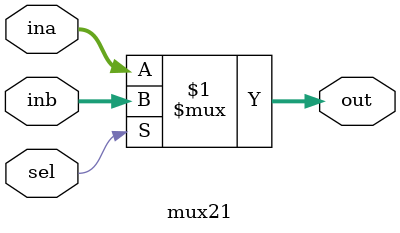
<source format=v>
/*
module mux21
2-to-1 multiplexer for RISC-V processor

ina, inb       [input]  32-bit data inputs
sel            [input]  1-bit selection signal
out            [output] 32-bit selected output
*/
module mux21 (
    input  wire sel,
    input  wire [31:0] ina,
    input  wire [31:0] inb,
    output wire [31:0] out
);

    //MUX 2:1
    assign out = (sel) ? inb : ina;

endmodule
</source>
